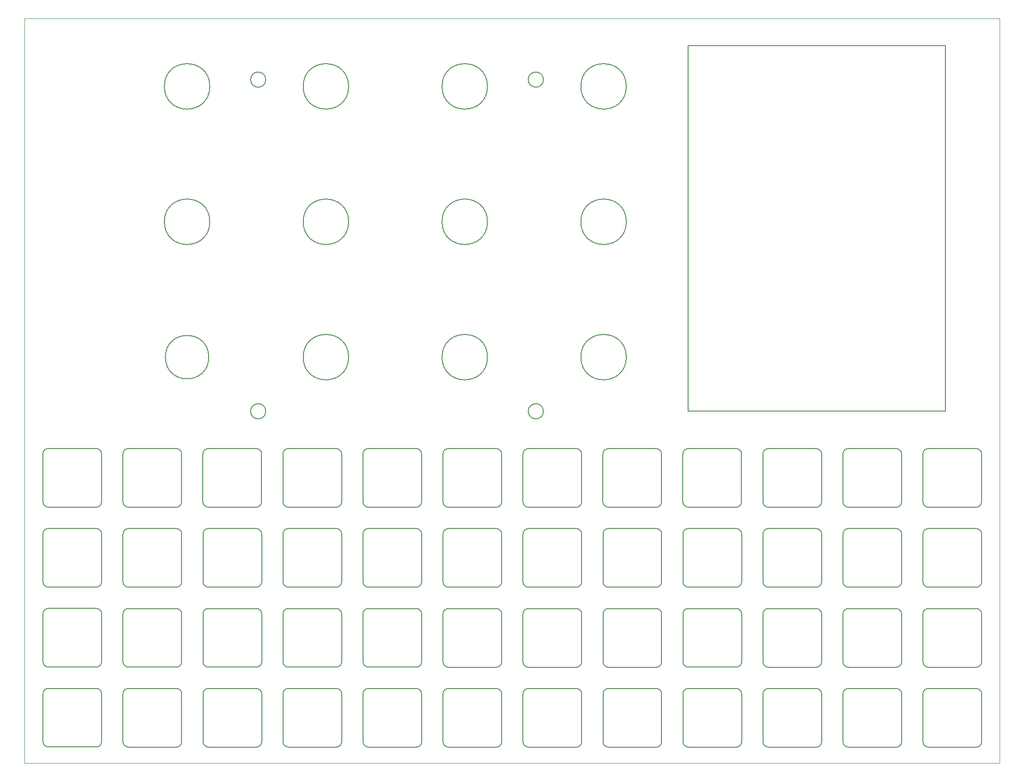
<source format=gko>
G04 Layer: BoardOutlineLayer*
G04 EasyEDA v6.5.39, 2024-01-09 13:29:43*
G04 da27f5285f7442a0b5df67976535a677,24315905b9734375b2ccc5c6aeea7757,10*
G04 Gerber Generator version 0.2*
G04 Scale: 100 percent, Rotated: No, Reflected: No *
G04 Dimensions in inches *
G04 leading zeros omitted , absolute positions ,3 integer and 6 decimal *
%FSLAX36Y36*%
%MOIN*%

%ADD10C,0.0050*%
%ADD11C,0.0020*%
D10*
X6633010Y158413D02*
G01*
X6633010Y512741D01*
X7026706Y119041D02*
G01*
X6672380Y119041D01*
X7066076Y512741D02*
G01*
X7066076Y158413D01*
X6672380Y552109D02*
G01*
X7026706Y552109D01*
X6042462Y158413D02*
G01*
X6042462Y512741D01*
X6436154Y119041D02*
G01*
X6081828Y119041D01*
X6475524Y512741D02*
G01*
X6475524Y158413D01*
X6081828Y552109D02*
G01*
X6436154Y552109D01*
X5451907Y158413D02*
G01*
X5451907Y512741D01*
X5845608Y119041D02*
G01*
X5491277Y119041D01*
X5884983Y512741D02*
G01*
X5884983Y158413D01*
X5491277Y552109D02*
G01*
X5845608Y552109D01*
X4860919Y158825D02*
G01*
X4860919Y513153D01*
X5254611Y119454D02*
G01*
X4900285Y119454D01*
X5293986Y513153D02*
G01*
X5293986Y158825D01*
X4900285Y552523D02*
G01*
X5254611Y552523D01*
X4270807Y158413D02*
G01*
X4270807Y512741D01*
X4664508Y119041D02*
G01*
X4310177Y119041D01*
X4703878Y512741D02*
G01*
X4703878Y158413D01*
X4310177Y552109D02*
G01*
X4664508Y552109D01*
X3680261Y158413D02*
G01*
X3680261Y512741D01*
X4073953Y119041D02*
G01*
X3719630Y119041D01*
X4113323Y512741D02*
G01*
X4113323Y158413D01*
X3719630Y552109D02*
G01*
X4073953Y552109D01*
X3089704Y158413D02*
G01*
X3089704Y512741D01*
X3483406Y119041D02*
G01*
X3129075Y119041D01*
X3522776Y512741D02*
G01*
X3522776Y158413D01*
X3129075Y552109D02*
G01*
X3483406Y552109D01*
X2498717Y158825D02*
G01*
X2498717Y513153D01*
X2892413Y119454D02*
G01*
X2538087Y119454D01*
X2931785Y513153D02*
G01*
X2931785Y158825D01*
X2538087Y552523D02*
G01*
X2892413Y552523D01*
X1908162Y158825D02*
G01*
X1908162Y513153D01*
X2301863Y119454D02*
G01*
X1947532Y119454D01*
X2341233Y513153D02*
G01*
X2341233Y158825D01*
X1947532Y552523D02*
G01*
X2301863Y552523D01*
X1317614Y158825D02*
G01*
X1317614Y513153D01*
X1711315Y119454D02*
G01*
X1356985Y119454D01*
X1750685Y513153D02*
G01*
X1750685Y158825D01*
X1356985Y552523D02*
G01*
X1711315Y552523D01*
X727062Y158825D02*
G01*
X727062Y513153D01*
X1120769Y119454D02*
G01*
X766432Y119454D01*
X1160138Y513153D02*
G01*
X1160138Y158825D01*
X766432Y552523D02*
G01*
X1120769Y552523D01*
X136071Y159238D02*
G01*
X136071Y513564D01*
X529769Y119868D02*
G01*
X175441Y119868D01*
X569140Y513564D02*
G01*
X569140Y159238D01*
X175441Y552937D02*
G01*
X529769Y552937D01*
X6633010Y748962D02*
G01*
X6633010Y1103290D01*
X7026706Y709591D02*
G01*
X6672380Y709591D01*
X7066076Y1103290D02*
G01*
X7066076Y748962D01*
X6672380Y1142660D02*
G01*
X7026706Y1142660D01*
X6042462Y748962D02*
G01*
X6042462Y1103290D01*
X6436154Y709591D02*
G01*
X6081828Y709591D01*
X6475524Y1103290D02*
G01*
X6475524Y748962D01*
X6081828Y1142660D02*
G01*
X6436154Y1142660D01*
X5451907Y748962D02*
G01*
X5451907Y1103290D01*
X5845608Y709591D02*
G01*
X5491277Y709591D01*
X5884983Y1103290D02*
G01*
X5884983Y748962D01*
X5491277Y1142660D02*
G01*
X5845608Y1142660D01*
X4860919Y749375D02*
G01*
X4860919Y1103703D01*
X5254611Y710001D02*
G01*
X4900285Y710001D01*
X5293986Y1103703D02*
G01*
X5293986Y749375D01*
X4900285Y1143071D02*
G01*
X5254611Y1143071D01*
X4270807Y748962D02*
G01*
X4270807Y1103290D01*
X4664508Y709591D02*
G01*
X4310177Y709591D01*
X4703878Y1103290D02*
G01*
X4703878Y748962D01*
X4310177Y1142660D02*
G01*
X4664508Y1142660D01*
X3680261Y748962D02*
G01*
X3680261Y1103290D01*
X4073953Y709591D02*
G01*
X3719630Y709591D01*
X4113323Y1103290D02*
G01*
X4113323Y748962D01*
X3719630Y1142660D02*
G01*
X4073953Y1142660D01*
X3089704Y748962D02*
G01*
X3089704Y1103290D01*
X3483406Y709591D02*
G01*
X3129075Y709591D01*
X3522776Y1103290D02*
G01*
X3522776Y748962D01*
X3129075Y1142660D02*
G01*
X3483406Y1142660D01*
X2498717Y749375D02*
G01*
X2498717Y1103703D01*
X2892413Y710001D02*
G01*
X2538087Y710001D01*
X2931785Y1103703D02*
G01*
X2931785Y749375D01*
X2538087Y1143071D02*
G01*
X2892413Y1143071D01*
X1908162Y749375D02*
G01*
X1908162Y1103703D01*
X2301863Y710001D02*
G01*
X1947532Y710001D01*
X2341233Y1103703D02*
G01*
X2341233Y749375D01*
X1947532Y1143071D02*
G01*
X2301863Y1143071D01*
X1317614Y749375D02*
G01*
X1317614Y1103703D01*
X1711315Y710001D02*
G01*
X1356985Y710001D01*
X1750685Y1103703D02*
G01*
X1750685Y749375D01*
X1356985Y1143071D02*
G01*
X1711315Y1143071D01*
X727062Y749375D02*
G01*
X727062Y1103703D01*
X1120769Y710001D02*
G01*
X766432Y710001D01*
X1160138Y1103703D02*
G01*
X1160138Y749375D01*
X766432Y1143071D02*
G01*
X1120769Y1143071D01*
X136071Y749787D02*
G01*
X136071Y1104115D01*
X529769Y710417D02*
G01*
X175441Y710417D01*
X569140Y1104115D02*
G01*
X569140Y749787D01*
X175441Y1143485D02*
G01*
X529769Y1143485D01*
X6633010Y1339513D02*
G01*
X6633010Y1693840D01*
X7026706Y1300144D02*
G01*
X6672380Y1300144D01*
X7066076Y1693840D02*
G01*
X7066076Y1339513D01*
X6672380Y1733209D02*
G01*
X7026706Y1733209D01*
X6042462Y1339513D02*
G01*
X6042462Y1693840D01*
X6436154Y1300144D02*
G01*
X6081828Y1300144D01*
X6475524Y1693840D02*
G01*
X6475524Y1339513D01*
X6081828Y1733209D02*
G01*
X6436154Y1733209D01*
X5451907Y1339513D02*
G01*
X5451907Y1693840D01*
X5845608Y1300144D02*
G01*
X5491277Y1300144D01*
X5884983Y1693840D02*
G01*
X5884983Y1339513D01*
X5491277Y1733209D02*
G01*
X5845608Y1733209D01*
X4860919Y1339924D02*
G01*
X4860919Y1694254D01*
X5254611Y1300554D02*
G01*
X4900285Y1300554D01*
X5293986Y1694254D02*
G01*
X5293986Y1339924D01*
X4900285Y1733625D02*
G01*
X5254611Y1733625D01*
X4270807Y1339513D02*
G01*
X4270807Y1693840D01*
X4664508Y1300144D02*
G01*
X4310177Y1300144D01*
X4703878Y1693840D02*
G01*
X4703878Y1339513D01*
X4310177Y1733209D02*
G01*
X4664508Y1733209D01*
X3680261Y1339513D02*
G01*
X3680261Y1693840D01*
X4073953Y1300144D02*
G01*
X3719630Y1300144D01*
X4113323Y1693840D02*
G01*
X4113323Y1339513D01*
X3719630Y1733209D02*
G01*
X4073953Y1733209D01*
X3089704Y1339513D02*
G01*
X3089704Y1693840D01*
X3483406Y1300144D02*
G01*
X3129075Y1300144D01*
X3522776Y1693840D02*
G01*
X3522776Y1339513D01*
X3129075Y1733209D02*
G01*
X3483406Y1733209D01*
X2498717Y1339924D02*
G01*
X2498717Y1694254D01*
X2892413Y1300554D02*
G01*
X2538087Y1300554D01*
X2931785Y1694254D02*
G01*
X2931785Y1339924D01*
X2538087Y1733625D02*
G01*
X2892413Y1733625D01*
X1908162Y1339924D02*
G01*
X1908162Y1694254D01*
X2301863Y1300554D02*
G01*
X1947532Y1300554D01*
X2341233Y1694254D02*
G01*
X2341233Y1339924D01*
X1947532Y1733625D02*
G01*
X2301863Y1733625D01*
X1317614Y1339924D02*
G01*
X1317614Y1694254D01*
X1711315Y1300554D02*
G01*
X1356985Y1300554D01*
X1750685Y1694254D02*
G01*
X1750685Y1339924D01*
X1356985Y1733625D02*
G01*
X1711315Y1733625D01*
X727062Y1339924D02*
G01*
X727062Y1694254D01*
X1120769Y1300554D02*
G01*
X766432Y1300554D01*
X1160138Y1694254D02*
G01*
X1160138Y1339924D01*
X766432Y1733625D02*
G01*
X1120769Y1733625D01*
X136071Y1340338D02*
G01*
X136071Y1694665D01*
X529769Y1300969D02*
G01*
X175441Y1300969D01*
X569140Y1694665D02*
G01*
X569140Y1340338D01*
X175441Y1734038D02*
G01*
X529769Y1734038D01*
X6632565Y1930475D02*
G01*
X6632565Y2284803D01*
X7026266Y1891104D02*
G01*
X6671935Y1891104D01*
X7065636Y2284803D02*
G01*
X7065636Y1930475D01*
X6671935Y2324171D02*
G01*
X7026266Y2324171D01*
X6042019Y1930475D02*
G01*
X6042019Y2284803D01*
X6435715Y1891104D02*
G01*
X6081388Y1891104D01*
X6475084Y2284803D02*
G01*
X6475084Y1930475D01*
X6081388Y2324171D02*
G01*
X6435715Y2324171D01*
X5451467Y1930475D02*
G01*
X5451467Y2284803D01*
X5845168Y1891104D02*
G01*
X5490837Y1891104D01*
X5884538Y2284803D02*
G01*
X5884538Y1930475D01*
X5490837Y2324171D02*
G01*
X5845168Y2324171D01*
X4860475Y1930888D02*
G01*
X4860475Y2285216D01*
X5254171Y1891518D02*
G01*
X4899845Y1891518D01*
X5293541Y2285216D02*
G01*
X5293541Y1930888D01*
X4899845Y2324587D02*
G01*
X5254171Y2324587D01*
X4270364Y1930475D02*
G01*
X4270364Y2284803D01*
X4664065Y1891104D02*
G01*
X4309733Y1891104D01*
X4703434Y2284803D02*
G01*
X4703434Y1930475D01*
X4309733Y2324171D02*
G01*
X4664065Y2324171D01*
X3679817Y1930475D02*
G01*
X3679817Y2284803D01*
X4073513Y1891104D02*
G01*
X3719187Y1891104D01*
X4112883Y2284803D02*
G01*
X4112883Y1930475D01*
X3719187Y2324171D02*
G01*
X4073513Y2324171D01*
X3089264Y1930475D02*
G01*
X3089264Y2284803D01*
X3482965Y1891104D02*
G01*
X3128635Y1891104D01*
X3522335Y2284803D02*
G01*
X3522335Y1930475D01*
X3128635Y2324171D02*
G01*
X3482965Y2324171D01*
X2498274Y1930888D02*
G01*
X2498274Y2285216D01*
X2891975Y1891518D02*
G01*
X2537644Y1891518D01*
X2931345Y2285216D02*
G01*
X2931345Y1930888D01*
X2537644Y2324587D02*
G01*
X2891975Y2324587D01*
X1907722Y1930888D02*
G01*
X1907722Y2285216D01*
X2301423Y1891518D02*
G01*
X1947092Y1891518D01*
X2340793Y2285216D02*
G01*
X2340793Y1930888D01*
X1947092Y2324587D02*
G01*
X2301423Y2324587D01*
X1317174Y1930888D02*
G01*
X1317174Y2285216D01*
X1710870Y1891518D02*
G01*
X1356544Y1891518D01*
X1750241Y2285216D02*
G01*
X1750241Y1930888D01*
X1356544Y2324587D02*
G01*
X1710870Y2324587D01*
X726621Y1930888D02*
G01*
X726621Y2285216D01*
X1120325Y1891518D02*
G01*
X765991Y1891518D01*
X1159695Y2285216D02*
G01*
X1159695Y1930888D01*
X765991Y2324587D02*
G01*
X1120325Y2324587D01*
X135630Y1931300D02*
G01*
X135630Y2285626D01*
X529328Y1891930D02*
G01*
X175000Y1891930D01*
X568699Y2285626D02*
G01*
X568699Y1931300D01*
X175000Y2325000D02*
G01*
X529328Y2325000D01*
X4900000Y5300000D02*
G01*
X6800000Y5300000D01*
X6800000Y2600000D01*
X4900000Y2600000D01*
X4900000Y5300000D01*
D11*
X0Y0D02*
G01*
X0Y2895700D01*
X0Y5500000D01*
X7200000Y5500000D01*
X7200000Y0D01*
X0Y0D01*
D10*
G75*
G01
X1367710Y5000000D02*
G03X1367710Y5000000I-167710J0D01*
G75*
G01
X2392710Y5000000D02*
G03X2392710Y5000000I-167710J0D01*
G75*
G01
X3417710Y5000000D02*
G03X3417710Y5000000I-167710J0D01*
G75*
G01
X4442710Y5000000D02*
G03X4442710Y5000000I-167710J0D01*
G75*
G01
X4442710Y4000000D02*
G03X4442710Y4000000I-167710J0D01*
G75*
G01
X3417710Y4000000D02*
G03X3417710Y4000000I-167710J0D01*
G75*
G01
X2392710Y4000000D02*
G03X2392710Y4000000I-167710J0D01*
G75*
G01
X1367710Y4000000D02*
G03X1367710Y4000000I-167710J0D01*
G75*
G01
X2392710Y3000000D02*
G03X2392710Y3000000I-167710J0D01*
G75*
G01
X1360080Y3000000D02*
G03X1360080Y3000000I-160080J0D01*
G75*
G01
X3417710Y3000000D02*
G03X3417710Y3000000I-167710J0D01*
G75*
G01
X4442710Y3000000D02*
G03X4442710Y3000000I-167710J0D01*
G75*
G01
X3830900Y5050000D02*
G03X3830900Y5050000I-55900J0D01*
G75*
G01
X1780900Y5050000D02*
G03X1780900Y5050000I-55900J0D01*
G75*
G01
X1780900Y2600000D02*
G03X1780900Y2600000I-55900J0D01*
G75*
G01
X3830900Y2600000D02*
G03X3830900Y2600000I-55900J0D01*
G75*
G01*
X136072Y513566D02*
G02*
X175462Y552906I38928J413D01*
G75*
G01*
X529772Y552936D02*
G02*
X569162Y513606I35J-39355D01*
G75*
G01*
X569142Y159236D02*
G02*
X529762Y119906I-39451J121D01*
G75*
G01*
X136072Y159236D02*
G03*
X175462Y119906I40277J948D01*
G75*
G01*
X727064Y158823D02*
G03*
X766454Y119493I40277J948D01*
G75*
G01*
X1160134Y158823D02*
G02*
X1120754Y119493I-39451J121D01*
G75*
G01*
X1120764Y552523D02*
G02*
X1160154Y513193I35J-39355D01*
G75*
G01*
X727064Y513153D02*
G02*
X766454Y552493I38928J413D01*
G75*
G01*
X1317614Y158823D02*
G03*
X1357004Y119493I40277J948D01*
G75*
G01*
X1750684Y158823D02*
G02*
X1711304Y119493I-39451J121D01*
G75*
G01*
X1711314Y552523D02*
G02*
X1750704Y513193I35J-39355D01*
G75*
G01*
X1317614Y513153D02*
G02*
X1357004Y552493I38928J413D01*
G75*
G01*
X1908164Y158823D02*
G03*
X1947554Y119493I40277J948D01*
G75*
G01*
X2341234Y158823D02*
G02*
X2301854Y119493I-39451J121D01*
G75*
G01*
X2301864Y552523D02*
G02*
X2341254Y513193I35J-39355D01*
G75*
G01*
X1908164Y513153D02*
G02*
X1947554Y552493I38928J413D01*
G75*
G01*
X4270806Y512740D02*
G02*
X4310196Y552080I38928J413D01*
G75*
G01*
X4664506Y552110D02*
G02*
X4703896Y512780I35J-39355D01*
G75*
G01*
X4703876Y158410D02*
G02*
X4664496Y119080I-39451J121D01*
G75*
G01*
X4270806Y158410D02*
G03*
X4310196Y119080I40277J948D01*
G75*
G01*
X3680256Y512740D02*
G02*
X3719646Y552080I38928J413D01*
G75*
G01*
X4073956Y552110D02*
G02*
X4113346Y512780I35J-39355D01*
G75*
G01*
X4113326Y158410D02*
G02*
X4073946Y119080I-39451J121D01*
G75*
G01*
X3680256Y158410D02*
G03*
X3719646Y119080I40277J948D01*
G75*
G01*
X3089706Y512740D02*
G02*
X3129096Y552080I38928J413D01*
G75*
G01*
X3483406Y552110D02*
G02*
X3522796Y512780I35J-39355D01*
G75*
G01*
X3522776Y158410D02*
G02*
X3483396Y119080I-39451J121D01*
G75*
G01*
X3089706Y158410D02*
G03*
X3129096Y119080I40277J948D01*
G75*
G01*
X2498714Y158823D02*
G03*
X2538104Y119493I40277J948D01*
G75*
G01*
X2931784Y158823D02*
G02*
X2892404Y119493I-39451J121D01*
G75*
G01*
X2892414Y552523D02*
G02*
X2931804Y513193I35J-39355D01*
G75*
G01*
X2498714Y513153D02*
G02*
X2538104Y552493I38928J413D01*
G75*
G01*
X6633006Y512740D02*
G02*
X6672396Y552080I38928J413D01*
G75*
G01*
X7026706Y552110D02*
G02*
X7066096Y512780I35J-39355D01*
G75*
G01*
X7066076Y158410D02*
G02*
X7026696Y119080I-39451J121D01*
G75*
G01*
X6633006Y158410D02*
G03*
X6672396Y119080I40277J948D01*
G75*
G01*
X6042456Y512740D02*
G02*
X6081846Y552080I38928J413D01*
G75*
G01*
X6436156Y552110D02*
G02*
X6475546Y512780I35J-39355D01*
G75*
G01*
X6475526Y158410D02*
G02*
X6436146Y119080I-39451J121D01*
G75*
G01*
X6042456Y158410D02*
G03*
X6081846Y119080I40277J948D01*
G75*
G01*
X5451906Y512740D02*
G02*
X5491296Y552080I38928J413D01*
G75*
G01*
X5845606Y552110D02*
G02*
X5884996Y512780I35J-39355D01*
G75*
G01*
X5884976Y158410D02*
G02*
X5845596Y119080I-39451J121D01*
G75*
G01*
X5451906Y158410D02*
G03*
X5491296Y119080I40277J948D01*
G75*
G01*
X4860914Y158823D02*
G03*
X4900304Y119493I40277J948D01*
G75*
G01*
X5293984Y158823D02*
G02*
X5254604Y119493I-39451J121D01*
G75*
G01*
X5254614Y552523D02*
G02*
X5294004Y513193I35J-39355D01*
G75*
G01*
X4860914Y513153D02*
G02*
X4900304Y552493I38928J413D01*
G75*
G01*
X136072Y1104116D02*
G02*
X175462Y1143456I38928J413D01*
G75*
G01*
X529772Y1143486D02*
G02*
X569162Y1104156I35J-39355D01*
G75*
G01*
X569142Y749786D02*
G02*
X529762Y710456I-39451J121D01*
G75*
G01*
X136072Y749786D02*
G03*
X175462Y710456I40277J948D01*
G75*
G01*
X727064Y749373D02*
G03*
X766454Y710043I40277J948D01*
G75*
G01*
X1160134Y749373D02*
G02*
X1120754Y710043I-39451J121D01*
G75*
G01*
X1120764Y1143073D02*
G02*
X1160154Y1103743I35J-39355D01*
G75*
G01*
X727064Y1103703D02*
G02*
X766454Y1143043I38928J413D01*
G75*
G01*
X1317614Y749373D02*
G03*
X1357004Y710043I40277J948D01*
G75*
G01*
X1750684Y749373D02*
G02*
X1711304Y710043I-39451J121D01*
G75*
G01*
X1711314Y1143073D02*
G02*
X1750704Y1103743I35J-39355D01*
G75*
G01*
X1317614Y1103703D02*
G02*
X1357004Y1143043I38928J413D01*
G75*
G01*
X1908164Y749373D02*
G03*
X1947554Y710043I40277J948D01*
G75*
G01*
X2341234Y749373D02*
G02*
X2301854Y710043I-39451J121D01*
G75*
G01*
X2301864Y1143073D02*
G02*
X2341254Y1103743I35J-39355D01*
G75*
G01*
X1908164Y1103703D02*
G02*
X1947554Y1143043I38928J413D01*
G75*
G01*
X4270806Y1103290D02*
G02*
X4310196Y1142630I38928J413D01*
G75*
G01*
X4664506Y1142660D02*
G02*
X4703896Y1103330I35J-39355D01*
G75*
G01*
X4703876Y748960D02*
G02*
X4664496Y709630I-39451J121D01*
G75*
G01*
X4270806Y748960D02*
G03*
X4310196Y709630I40277J948D01*
G75*
G01*
X3680256Y1103290D02*
G02*
X3719646Y1142630I38928J413D01*
G75*
G01*
X4073956Y1142660D02*
G02*
X4113346Y1103330I35J-39355D01*
G75*
G01*
X4113326Y748960D02*
G02*
X4073946Y709630I-39451J121D01*
G75*
G01*
X3680256Y748960D02*
G03*
X3719646Y709630I40277J948D01*
G75*
G01*
X3089706Y1103290D02*
G02*
X3129096Y1142630I38928J413D01*
G75*
G01*
X3483406Y1142660D02*
G02*
X3522796Y1103330I35J-39355D01*
G75*
G01*
X3522776Y748960D02*
G02*
X3483396Y709630I-39451J121D01*
G75*
G01*
X3089706Y748960D02*
G03*
X3129096Y709630I40277J948D01*
G75*
G01*
X2498714Y749373D02*
G03*
X2538104Y710043I40277J948D01*
G75*
G01*
X2931784Y749373D02*
G02*
X2892404Y710043I-39451J121D01*
G75*
G01*
X2892414Y1143073D02*
G02*
X2931804Y1103743I35J-39355D01*
G75*
G01*
X2498714Y1103703D02*
G02*
X2538104Y1143043I38928J413D01*
G75*
G01*
X6633006Y1103290D02*
G02*
X6672396Y1142630I38928J413D01*
G75*
G01*
X7026706Y1142660D02*
G02*
X7066096Y1103330I35J-39355D01*
G75*
G01*
X7066076Y748960D02*
G02*
X7026696Y709630I-39451J121D01*
G75*
G01*
X6633006Y748960D02*
G03*
X6672396Y709630I40277J948D01*
G75*
G01*
X6042456Y1103290D02*
G02*
X6081846Y1142630I38928J413D01*
G75*
G01*
X6436156Y1142660D02*
G02*
X6475546Y1103330I35J-39355D01*
G75*
G01*
X6475526Y748960D02*
G02*
X6436146Y709630I-39451J121D01*
G75*
G01*
X6042456Y748960D02*
G03*
X6081846Y709630I40277J948D01*
G75*
G01*
X5451906Y1103290D02*
G02*
X5491296Y1142630I38928J413D01*
G75*
G01*
X5845606Y1142660D02*
G02*
X5884996Y1103330I35J-39355D01*
G75*
G01*
X5884976Y748960D02*
G02*
X5845596Y709630I-39451J121D01*
G75*
G01*
X5451906Y748960D02*
G03*
X5491296Y709630I40277J948D01*
G75*
G01*
X4860914Y749373D02*
G03*
X4900304Y710043I40277J948D01*
G75*
G01*
X5293984Y749373D02*
G02*
X5254604Y710043I-39451J121D01*
G75*
G01*
X5254614Y1143073D02*
G02*
X5294004Y1103743I35J-39355D01*
G75*
G01*
X4860914Y1103703D02*
G02*
X4900304Y1143043I38928J413D01*
G75*
G01*
X136072Y1694666D02*
G02*
X175462Y1734006I38928J413D01*
G75*
G01*
X529772Y1734036D02*
G02*
X569162Y1694706I35J-39355D01*
G75*
G01*
X569142Y1340336D02*
G02*
X529762Y1301006I-39451J121D01*
G75*
G01*
X136072Y1340336D02*
G03*
X175462Y1301006I40277J948D01*
G75*
G01*
X727064Y1339923D02*
G03*
X766454Y1300593I40277J948D01*
G75*
G01*
X1160134Y1339923D02*
G02*
X1120754Y1300593I-39451J121D01*
G75*
G01*
X1120764Y1733623D02*
G02*
X1160154Y1694293I35J-39355D01*
G75*
G01*
X727064Y1694253D02*
G02*
X766454Y1733593I38928J413D01*
G75*
G01*
X1317614Y1339923D02*
G03*
X1357004Y1300593I40277J948D01*
G75*
G01*
X1750684Y1339923D02*
G02*
X1711304Y1300593I-39451J121D01*
G75*
G01*
X1711314Y1733623D02*
G02*
X1750704Y1694293I35J-39355D01*
G75*
G01*
X1317614Y1694253D02*
G02*
X1357004Y1733593I38928J413D01*
G75*
G01*
X1908164Y1339923D02*
G03*
X1947554Y1300593I40277J948D01*
G75*
G01*
X2341234Y1339923D02*
G02*
X2301854Y1300593I-39451J121D01*
G75*
G01*
X2301864Y1733623D02*
G02*
X2341254Y1694293I35J-39355D01*
G75*
G01*
X1908164Y1694253D02*
G02*
X1947554Y1733593I38928J413D01*
G75*
G01*
X4270806Y1693840D02*
G02*
X4310196Y1733180I38928J413D01*
G75*
G01*
X4664506Y1733210D02*
G02*
X4703896Y1693880I35J-39355D01*
G75*
G01*
X4703876Y1339510D02*
G02*
X4664496Y1300180I-39451J121D01*
G75*
G01*
X4270806Y1339510D02*
G03*
X4310196Y1300180I40277J948D01*
G75*
G01*
X3680256Y1693840D02*
G02*
X3719646Y1733180I38928J413D01*
G75*
G01*
X4073956Y1733210D02*
G02*
X4113346Y1693880I35J-39355D01*
G75*
G01*
X4113326Y1339510D02*
G02*
X4073946Y1300180I-39451J121D01*
G75*
G01*
X3680256Y1339510D02*
G03*
X3719646Y1300180I40277J948D01*
G75*
G01*
X3089706Y1693840D02*
G02*
X3129096Y1733180I38928J413D01*
G75*
G01*
X3483406Y1733210D02*
G02*
X3522796Y1693880I35J-39355D01*
G75*
G01*
X3522776Y1339510D02*
G02*
X3483396Y1300180I-39451J121D01*
G75*
G01*
X3089706Y1339510D02*
G03*
X3129096Y1300180I40277J948D01*
G75*
G01*
X2498714Y1339923D02*
G03*
X2538104Y1300593I40277J948D01*
G75*
G01*
X2931784Y1339923D02*
G02*
X2892404Y1300593I-39451J121D01*
G75*
G01*
X2892414Y1733623D02*
G02*
X2931804Y1694293I35J-39355D01*
G75*
G01*
X2498714Y1694253D02*
G02*
X2538104Y1733593I38928J413D01*
G75*
G01*
X6633006Y1693840D02*
G02*
X6672396Y1733180I38928J413D01*
G75*
G01*
X7026706Y1733210D02*
G02*
X7066096Y1693880I35J-39355D01*
G75*
G01*
X7066076Y1339510D02*
G02*
X7026696Y1300180I-39451J121D01*
G75*
G01*
X6633006Y1339510D02*
G03*
X6672396Y1300180I40277J948D01*
G75*
G01*
X6042456Y1693840D02*
G02*
X6081846Y1733180I38928J413D01*
G75*
G01*
X6436156Y1733210D02*
G02*
X6475546Y1693880I35J-39355D01*
G75*
G01*
X6475526Y1339510D02*
G02*
X6436146Y1300180I-39451J121D01*
G75*
G01*
X6042456Y1339510D02*
G03*
X6081846Y1300180I40277J948D01*
G75*
G01*
X5451906Y1693840D02*
G02*
X5491296Y1733180I38928J413D01*
G75*
G01*
X5845606Y1733210D02*
G02*
X5884996Y1693880I35J-39355D01*
G75*
G01*
X5884976Y1339510D02*
G02*
X5845596Y1300180I-39451J121D01*
G75*
G01*
X5451906Y1339510D02*
G03*
X5491296Y1300180I40277J948D01*
G75*
G01*
X4860914Y1339923D02*
G03*
X4900304Y1300593I40277J948D01*
G75*
G01*
X5293984Y1339923D02*
G02*
X5254604Y1300593I-39451J121D01*
G75*
G01*
X5254614Y1733623D02*
G02*
X5294004Y1694293I35J-39355D01*
G75*
G01*
X4860914Y1694253D02*
G02*
X4900304Y1733593I38928J413D01*
G75*
G01*
X4860472Y2285216D02*
G02*
X4899862Y2324556I38928J413D01*
G75*
G01*
X5254172Y2324586D02*
G02*
X5293562Y2285256I35J-39355D01*
G75*
G01*
X5293542Y1930886D02*
G02*
X5254162Y1891556I-39451J121D01*
G75*
G01*
X4860472Y1930886D02*
G03*
X4899862Y1891556I40277J948D01*
G75*
G01*
X5451464Y1930473D02*
G03*
X5490854Y1891143I40277J948D01*
G75*
G01*
X5884534Y1930473D02*
G02*
X5845154Y1891143I-39451J121D01*
G75*
G01*
X5845164Y2324173D02*
G02*
X5884554Y2284843I35J-39355D01*
G75*
G01*
X5451464Y2284803D02*
G02*
X5490854Y2324143I38928J413D01*
G75*
G01*
X6042014Y1930473D02*
G03*
X6081404Y1891143I40277J948D01*
G75*
G01*
X6475084Y1930473D02*
G02*
X6435704Y1891143I-39451J121D01*
G75*
G01*
X6435714Y2324173D02*
G02*
X6475104Y2284843I35J-39355D01*
G75*
G01*
X6042014Y2284803D02*
G02*
X6081404Y2324143I38928J413D01*
G75*
G01*
X6632564Y1930473D02*
G03*
X6671954Y1891143I40277J948D01*
G75*
G01*
X7065634Y1930473D02*
G02*
X7026254Y1891143I-39451J121D01*
G75*
G01*
X7026264Y2324173D02*
G02*
X7065654Y2284843I35J-39355D01*
G75*
G01*
X6632564Y2284803D02*
G02*
X6671954Y2324143I38928J413D01*
G75*
G01*
X2498272Y2285216D02*
G02*
X2537662Y2324556I38928J413D01*
G75*
G01*
X2891972Y2324586D02*
G02*
X2931362Y2285256I35J-39355D01*
G75*
G01*
X2931342Y1930886D02*
G02*
X2891962Y1891556I-39451J121D01*
G75*
G01*
X2498272Y1930886D02*
G03*
X2537662Y1891556I40277J948D01*
G75*
G01*
X3089264Y1930473D02*
G03*
X3128654Y1891143I40277J948D01*
G75*
G01*
X3522334Y1930473D02*
G02*
X3482954Y1891143I-39451J121D01*
G75*
G01*
X3482964Y2324173D02*
G02*
X3522354Y2284843I35J-39355D01*
G75*
G01*
X3089264Y2284803D02*
G02*
X3128654Y2324143I38928J413D01*
G75*
G01*
X3679814Y1930473D02*
G03*
X3719204Y1891143I40277J948D01*
G75*
G01*
X4112884Y1930473D02*
G02*
X4073504Y1891143I-39451J121D01*
G75*
G01*
X4073514Y2324173D02*
G02*
X4112904Y2284843I35J-39355D01*
G75*
G01*
X3679814Y2284803D02*
G02*
X3719204Y2324143I38928J413D01*
G75*
G01*
X4270364Y1930473D02*
G03*
X4309754Y1891143I40277J948D01*
G75*
G01*
X4703434Y1930473D02*
G02*
X4664054Y1891143I-39451J121D01*
G75*
G01*
X4664064Y2324173D02*
G02*
X4703454Y2284843I35J-39355D01*
G75*
G01*
X4270364Y2284803D02*
G02*
X4309754Y2324143I38928J413D01*
G75*
G01*
X1907722Y2285216D02*
G02*
X1947112Y2324556I38928J413D01*
G75*
G01*
X2301422Y2324586D02*
G02*
X2340812Y2285256I35J-39355D01*
G75*
G01*
X2340792Y1930886D02*
G02*
X2301412Y1891556I-39451J121D01*
G75*
G01*
X1907722Y1930886D02*
G03*
X1947112Y1891556I40277J948D01*
G75*
G01*
X1317172Y2285216D02*
G02*
X1356562Y2324556I38928J413D01*
G75*
G01*
X1710872Y2324586D02*
G02*
X1750262Y2285256I35J-39355D01*
G75*
G01*
X1750242Y1930886D02*
G02*
X1710862Y1891556I-39451J121D01*
G75*
G01*
X1317172Y1930886D02*
G03*
X1356562Y1891556I40277J948D01*
G75*
G01*
X726622Y2285216D02*
G02*
X766012Y2324556I38928J413D01*
G75*
G01*
X1120322Y2324586D02*
G02*
X1159712Y2285256I35J-39355D01*
G75*
G01*
X1159692Y1930886D02*
G02*
X1120312Y1891556I-39451J121D01*
G75*
G01*
X726622Y1930886D02*
G03*
X766012Y1891556I40277J948D01*
G75*
G01*
X135630Y1931299D02*
G03*
X175020Y1891969I40277J948D01*
G75*
G01*
X568700Y1931299D02*
G02*
X529320Y1891969I-39451J121D01*
G75*
G01*
X529330Y2324999D02*
G02*
X568720Y2285669I35J-39355D01*
G75*
G01*
X135630Y2285629D02*
G02*
X175020Y2324969I38928J413D01*

%LPD*%
M02*

</source>
